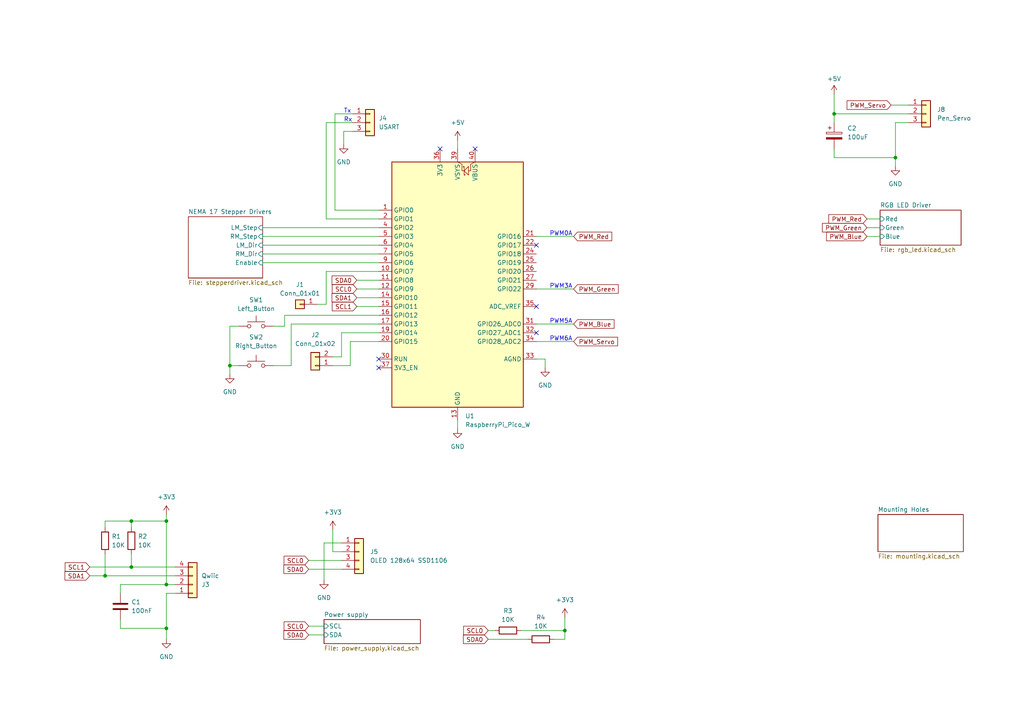
<source format=kicad_sch>
(kicad_sch (version 20231120) (generator "eeschema") (generator_version "8.0")
  (paper "A4")
  (title_block (title "Valiant Turtle 2") (date "2024-01-05") (rev "1_0") (company "https://www.waitingforfriday.com") (comment 1 "(c) 2024 Simon Inns") (comment 2 "License: Attribution-ShareAlike 4.0 International (CC BY-SA 4.0)"))
  (lib_symbols
    (symbol "Connector_Generic:Conn_01x01" (pin_names (offset 1.016) hide)
      (property "Reference" "J" (at 0 2.54 0))
      (property "Value" "Conn_01x01" (at 0 -2.54 0))
      (symbol "Conn_01x01_1_1"
        (rectangle (start -1.27 0.127) (end 0 -0.127) (stroke (width 0.1524)))
        (rectangle (start -1.27 1.27) (end 1.27 -1.27) (stroke (width 0.254)) (fill (type background)))
        (pin passive line (at -5.08 0 0) (length 3.81) (name "Pin_1") (number "1"))
      )
    )
    (symbol "Connector_Generic:Conn_01x02" (pin_names (offset 1.016) hide)
      (property "Reference" "J" (at 0 2.54 0))
      (property "Value" "Conn_01x02" (at 0 -5.08 0))
      (symbol "Conn_01x02_1_1"
        (rectangle (start -1.27 -2.413) (end 0 -2.667) (stroke (width 0.1524)))
        (rectangle (start -1.27 0.127) (end 0 -0.127) (stroke (width 0.1524)))
        (rectangle (start -1.27 1.27) (end 1.27 -3.81) (stroke (width 0.254)) (fill (type background)))
        (pin passive line (at -5.08 0 0) (length 3.81) (name "Pin_1") (number "1"))
        (pin passive line (at -5.08 -2.54 0) (length 3.81) (name "Pin_2") (number "2"))
      )
    )
    (symbol "Connector_Generic:Conn_01x03" (pin_names (offset 1.016) hide)
      (property "Reference" "J" (at 0 5.08 0))
      (property "Value" "Conn_01x03" (at 0 -5.08 0))
      (symbol "Conn_01x03_1_1"
        (rectangle (start -1.27 -2.413) (end 0 -2.667) (stroke (width 0.1524)))
        (rectangle (start -1.27 0.127) (end 0 -0.127) (stroke (width 0.1524)))
        (rectangle (start -1.27 2.667) (end 0 2.413) (stroke (width 0.1524)))
        (rectangle (start -1.27 3.81) (end 1.27 -3.81) (stroke (width 0.254)) (fill (type background)))
        (pin passive line (at -5.08 2.54 0) (length 3.81) (name "Pin_1") (number "1"))
        (pin passive line (at -5.08 0 0) (length 3.81) (name "Pin_2") (number "2"))
        (pin passive line (at -5.08 -2.54 0) (length 3.81) (name "Pin_3") (number "3"))
      )
    )
    (symbol "Connector_Generic:Conn_01x04" (pin_names (offset 1.016) hide)
      (property "Reference" "J" (at 0 5.08 0))
      (property "Value" "Conn_01x04" (at 0 -7.62 0))
      (symbol "Conn_01x04_1_1"
        (rectangle (start -1.27 -4.953) (end 0 -5.207) (stroke (width 0.1524)))
        (rectangle (start -1.27 -2.413) (end 0 -2.667) (stroke (width 0.1524)))
        (rectangle (start -1.27 0.127) (end 0 -0.127) (stroke (width 0.1524)))
        (rectangle (start -1.27 2.667) (end 0 2.413) (stroke (width 0.1524)))
        (rectangle (start -1.27 3.81) (end 1.27 -6.35) (stroke (width 0.254)) (fill (type background)))
        (pin passive line (at -5.08 2.54 0) (length 3.81) (name "Pin_1") (number "1"))
        (pin passive line (at -5.08 0 0) (length 3.81) (name "Pin_2") (number "2"))
        (pin passive line (at -5.08 -2.54 0) (length 3.81) (name "Pin_3") (number "3"))
        (pin passive line (at -5.08 -5.08 0) (length 3.81) (name "Pin_4") (number "4"))
      )
    )
    (symbol "Device:C" (pin_numbers hide) (pin_names (offset 0.254))
      (property "Reference" "C" (at 0.635 2.54 0))
      (property "Value" "C" (at 0.635 -2.54 0))
      (symbol "C_0_1"
        (polyline (pts (xy -2.032 -0.762) (xy 2.032 -0.762)) (stroke (width 0.508)))
        (polyline (pts (xy -2.032 0.762) (xy 2.032 0.762)) (stroke (width 0.508)))
      )
      (symbol "C_1_1"
        (pin passive line (at 0 3.81 270) (length 2.794) (name "~") (number "1"))
        (pin passive line (at 0 -3.81 90) (length 2.794) (name "~") (number "2"))
      )
    )
    (symbol "Device:C_Polarized" (pin_numbers hide) (pin_names (offset 0.254))
      (property "Reference" "C" (at 0.635 2.54 0))
      (property "Value" "C_Polarized" (at 0.635 -2.54 0))
      (symbol "C_Polarized_0_1"
        (rectangle (start -2.286 0.508) (end 2.286 1.016))
        (polyline (pts (xy -1.778 2.286) (xy -0.762 2.286)))
        (polyline (pts (xy -1.27 2.794) (xy -1.27 1.778)))
        (rectangle (start 2.286 -0.508) (end -2.286 -1.016) (fill (type outline)))
      )
      (symbol "C_Polarized_1_1"
        (pin passive line (at 0 3.81 270) (length 2.794) (name "~") (number "1"))
        (pin passive line (at 0 -3.81 90) (length 2.794) (name "~") (number "2"))
      )
    )
    (symbol "Device:R" (pin_numbers hide) (pin_names (offset 0))
      (property "Reference" "R" (at 2.032 0 90))
      (property "Value" "R" (at 0 0 90))
      (symbol "R_0_1"
        (rectangle (start -1.016 -2.54) (end 1.016 2.54) (stroke (width 0.254)))
      )
      (symbol "R_1_1"
        (pin passive line (at 0 3.81 270) (length 1.27) (name "~") (number "1"))
        (pin passive line (at 0 -3.81 90) (length 1.27) (name "~") (number "2"))
      )
    )
    (symbol "MCU_Module_RaspberryPi_Pico:RaspberryPi_Pico_W"
      (property "Reference" "U" (at -19.05 38.1 0))
      (property "Value" "RaspberryPi_Pico_W" (at 7.62 38.1 0))
      (symbol "RaspberryPi_Pico_W_0_1"
        (rectangle (start -19.05 36.83) (end 19.05 -34.29) (stroke (width 0.254)) (fill (type background)))
        (polyline (pts (xy 0 36.83) (xy 1.27 36.195) (xy 1.27 34.29) (xy 1.905 34.29)))
        (polyline (pts (xy 1.905 34.29) (xy 3.175 35.56) (xy 3.175 33.02) (xy 1.905 34.29)))
        (polyline (pts (xy 5.08 36.83) (xy 3.81 36.195) (xy 3.81 34.29) (xy 3.175 34.29)))
        (polyline (pts (xy 1.651 35.306) (xy 1.651 35.56) (xy 1.905 35.56) (xy 1.905 33.02) (xy 2.159 33.02) (xy 2.159 33.274)))
      )
      (symbol "RaspberryPi_Pico_W_1_1"
        (pin bidirectional line (at -22.86 22.86 0) (length 3.81) (name "GPIO0") (number "1"))
        (pin bidirectional line (at -22.86 5.08 0) (length 3.81) (name "GPIO7") (number "10"))
        (pin bidirectional line (at -22.86 2.54 0) (length 3.81) (name "GPIO8") (number "11"))
        (pin bidirectional line (at -22.86 0 0) (length 3.81) (name "GPIO9") (number "12"))
        (pin power_out line (at 0 -38.1 90) (length 3.81) (name "GND") (number "13"))
        (pin bidirectional line (at -22.86 -2.54 0) (length 3.81) (name "GPIO10") (number "14"))
        (pin bidirectional line (at -22.86 -5.08 0) (length 3.81) (name "GPIO11") (number "15"))
        (pin bidirectional line (at -22.86 -7.62 0) (length 3.81) (name "GPIO12") (number "16"))
        (pin bidirectional line (at -22.86 -10.16 0) (length 3.81) (name "GPIO13") (number "17"))
        (pin passive line (at 0 -38.1 90) (length 3.81) hide (name "GND") (number "18"))
        (pin bidirectional line (at -22.86 -12.7 0) (length 3.81) (name "GPIO14") (number "19"))
        (pin bidirectional line (at -22.86 20.32 0) (length 3.81) (name "GPIO1") (number "2"))
        (pin bidirectional line (at -22.86 -15.24 0) (length 3.81) (name "GPIO15") (number "20"))
        (pin bidirectional line (at 22.86 15.24 180) (length 3.81) (name "GPIO16") (number "21"))
        (pin bidirectional line (at 22.86 12.7 180) (length 3.81) (name "GPIO17") (number "22"))
        (pin passive line (at 0 -38.1 90) (length 3.81) hide (name "GND") (number "23"))
        (pin bidirectional line (at 22.86 10.16 180) (length 3.81) (name "GPIO18") (number "24"))
        (pin bidirectional line (at 22.86 7.62 180) (length 3.81) (name "GPIO19") (number "25"))
        (pin bidirectional line (at 22.86 5.08 180) (length 3.81) (name "GPIO20") (number "26"))
        (pin bidirectional line (at 22.86 2.54 180) (length 3.81) (name "GPIO21") (number "27"))
        (pin passive line (at 0 -38.1 90) (length 3.81) hide (name "GND") (number "28"))
        (pin bidirectional line (at 22.86 0 180) (length 3.81) (name "GPIO22") (number "29"))
        (pin passive line (at 0 -38.1 90) (length 3.81) hide (name "GND") (number "3"))
        (pin input line (at -22.86 -20.32 0) (length 3.81) (name "RUN") (number "30"))
        (pin bidirectional line (at 22.86 -10.16 180) (length 3.81) (name "GPIO26_ADC0") (number "31"))
        (pin bidirectional line (at 22.86 -12.7 180) (length 3.81) (name "GPIO27_ADC1") (number "32"))
        (pin power_in line (at 22.86 -20.32 180) (length 3.81) (name "AGND") (number "33"))
        (pin bidirectional line (at 22.86 -15.24 180) (length 3.81) (name "GPIO28_ADC2") (number "34"))
        (pin power_in line (at 22.86 -5.08 180) (length 3.81) (name "ADC_VREF") (number "35"))
        (pin power_out line (at -5.08 40.64 270) (length 3.81) (name "3V3") (number "36"))
        (pin input line (at -22.86 -22.86 0) (length 3.81) (name "3V3_EN") (number "37"))
        (pin passive line (at 0 -38.1 90) (length 3.81) hide (name "GND") (number "38"))
        (pin power_in line (at 0 40.64 270) (length 3.81) (name "VSYS") (number "39"))
        (pin bidirectional line (at -22.86 17.78 0) (length 3.81) (name "GPIO2") (number "4"))
        (pin power_out line (at 5.08 40.64 270) (length 3.81) (name "VBUS") (number "40"))
        (pin bidirectional line (at -22.86 15.24 0) (length 3.81) (name "GPIO3") (number "5"))
        (pin bidirectional line (at -22.86 12.7 0) (length 3.81) (name "GPIO4") (number "6"))
        (pin bidirectional line (at -22.86 10.16 0) (length 3.81) (name "GPIO5") (number "7"))
        (pin passive line (at 0 -38.1 90) (length 3.81) hide (name "GND") (number "8"))
        (pin bidirectional line (at -22.86 7.62 0) (length 3.81) (name "GPIO6") (number "9"))
      )
    )
    (symbol "Switch:SW_Push" (pin_numbers hide) (pin_names (offset 1.016) hide)
      (property "Reference" "SW" (at 1.27 2.54 0))
      (property "Value" "SW_Push" (at 0 -1.524 0))
      (symbol "SW_Push_0_1"
        (circle (center -2.032 0) (radius 0.508))
        (polyline (pts (xy 0 1.27) (xy 0 3.048)))
        (polyline (pts (xy 2.54 1.27) (xy -2.54 1.27)))
        (circle (center 2.032 0) (radius 0.508))
        (pin passive line (at -5.08 0 0) (length 2.54) (name "1") (number "1"))
        (pin passive line (at 5.08 0 180) (length 2.54) (name "2") (number "2"))
      )
    )
    (symbol "power:+3V3" (power) (pin_names (offset 0))
      (property "Value" "+3V3" (at 0 3.556 0))
      (symbol "+3V3_0_1"
        (polyline (pts (xy -0.762 1.27) (xy 0 2.54)))
        (polyline (pts (xy 0 0) (xy 0 2.54)))
        (polyline (pts (xy 0 2.54) (xy 0.762 1.27)))
      )
      (symbol "+3V3_1_1"
        (pin power_in line (at 0 0 90) (length 0) hide (name "+3V3") (number "1"))
      )
    )
    (symbol "power:+5V" (power) (pin_names (offset 0))
      (property "Value" "+5V" (at 0 3.556 0))
      (symbol "+5V_0_1"
        (polyline (pts (xy -0.762 1.27) (xy 0 2.54)))
        (polyline (pts (xy 0 0) (xy 0 2.54)))
        (polyline (pts (xy 0 2.54) (xy 0.762 1.27)))
      )
      (symbol "+5V_1_1"
        (pin power_in line (at 0 0 90) (length 0) hide (name "+5V") (number "1"))
      )
    )
    (symbol "power:GND" (power) (pin_names (offset 0))
      (property "Value" "GND" (at 0 -3.81 0))
      (symbol "GND_0_1"
        (polyline (pts (xy 0 0) (xy 0 -1.27) (xy 1.27 -1.27) (xy 0 -2.54) (xy -1.27 -1.27) (xy 0 -1.27)))
      )
      (symbol "GND_1_1"
        (pin power_in line (at 0 0 270) (length 0) hide (name "GND") (number "1"))
      )
    )
  )
  (junction (at 48.26 151.13))
  (junction (at 66.675 106.045))
  (junction (at 241.935 33.02))
  (junction (at 38.1 151.13))
  (junction (at 259.715 45.72))
  (junction (at 48.26 169.545))
  (junction (at 30.48 167.005))
  (junction (at 38.1 164.465))
  (junction (at 48.26 182.245))
  (junction (at 163.83 182.88))
  (no_connect (at 109.855 106.68))
  (no_connect (at 339.09 -2.54))
  (no_connect (at 155.575 96.52))
  (no_connect (at 127.635 43.18))
  (no_connect (at 137.795 43.18))
  (no_connect (at 109.855 104.14))
  (no_connect (at 155.575 71.12))
  (no_connect (at 155.575 88.9))
  (wire (pts (xy 82.55 94.615) (xy 82.55 91.44)))
  (wire (pts (xy 89.535 181.61) (xy 93.98 181.61)))
  (wire (pts (xy 259.715 45.72) (xy 259.715 48.26)))
  (wire (pts (xy 155.575 104.14) (xy 158.115 104.14)))
  (wire (pts (xy 99.06 96.52) (xy 109.855 96.52)))
  (wire (pts (xy 30.48 151.13) (xy 38.1 151.13)))
  (wire (pts (xy 94.615 78.74) (xy 109.855 78.74)))
  (wire (pts (xy 155.575 83.82) (xy 166.37 83.82)))
  (wire (pts (xy 97.155 60.96) (xy 97.155 33.02)))
  (wire (pts (xy 263.525 35.56) (xy 259.715 35.56)))
  (wire (pts (xy 30.48 160.655) (xy 30.48 167.005)))
  (wire (pts (xy 89.535 184.15) (xy 93.98 184.15)))
  (wire (pts (xy 76.2 76.2) (xy 109.855 76.2)))
  (wire (pts (xy 141.605 182.88) (xy 143.51 182.88)))
  (wire (pts (xy 132.715 121.92) (xy 132.715 124.46)))
  (wire (pts (xy 26.035 164.465) (xy 38.1 164.465)))
  (wire (pts (xy 84.455 106.045) (xy 79.375 106.045)))
  (wire (pts (xy 241.935 33.02) (xy 241.935 35.56)))
  (wire (pts (xy 96.52 103.505) (xy 99.06 103.505)))
  (wire (pts (xy 99.695 38.1) (xy 102.235 38.1)))
  (wire (pts (xy 141.605 185.42) (xy 153.035 185.42)))
  (wire (pts (xy 79.375 94.615) (xy 82.55 94.615)))
  (wire (pts (xy 99.06 157.48) (xy 93.98 157.48)))
  (wire (pts (xy 241.935 43.18) (xy 241.935 45.72)))
  (wire (pts (xy 76.2 68.58) (xy 109.855 68.58)))
  (wire (pts (xy 76.2 73.66) (xy 109.855 73.66)))
  (wire (pts (xy 48.26 151.13) (xy 48.26 169.545)))
  (wire (pts (xy 155.575 93.98) (xy 166.37 93.98)))
  (wire (pts (xy 103.505 88.9) (xy 109.855 88.9)))
  (wire (pts (xy 84.455 93.98) (xy 84.455 106.045)))
  (wire (pts (xy 26.035 167.005) (xy 30.48 167.005)))
  (wire (pts (xy 96.52 153.67) (xy 96.52 160.02)))
  (wire (pts (xy 48.26 149.225) (xy 48.26 151.13)))
  (wire (pts (xy 155.575 68.58) (xy 166.37 68.58)))
  (wire (pts (xy 50.8 169.545) (xy 48.26 169.545)))
  (wire (pts (xy 66.675 106.045) (xy 66.675 108.585)))
  (wire (pts (xy 89.535 162.56) (xy 99.06 162.56)))
  (wire (pts (xy 38.1 151.13) (xy 38.1 153.035)))
  (wire (pts (xy 251.46 68.58) (xy 255.27 68.58)))
  (wire (pts (xy 258.445 30.48) (xy 263.525 30.48)))
  (wire (pts (xy 89.535 165.1) (xy 99.06 165.1)))
  (wire (pts (xy 38.1 151.13) (xy 48.26 151.13)))
  (wire (pts (xy 76.2 71.12) (xy 109.855 71.12)))
  (wire (pts (xy 99.695 41.91) (xy 99.695 38.1)))
  (wire (pts (xy 76.2 66.04) (xy 109.855 66.04)))
  (wire (pts (xy 92.075 88.265) (xy 94.615 88.265)))
  (wire (pts (xy 34.925 182.245) (xy 48.26 182.245)))
  (wire (pts (xy 94.615 88.265) (xy 94.615 78.74)))
  (wire (pts (xy 99.06 160.02) (xy 96.52 160.02)))
  (wire (pts (xy 163.83 182.88) (xy 163.83 185.42)))
  (wire (pts (xy 103.505 86.36) (xy 109.855 86.36)))
  (wire (pts (xy 99.06 103.505) (xy 99.06 96.52)))
  (wire (pts (xy 251.46 63.5) (xy 255.27 63.5)))
  (wire (pts (xy 96.52 106.045) (xy 101.6 106.045)))
  (wire (pts (xy 48.26 182.245) (xy 48.26 185.42)))
  (wire (pts (xy 30.48 167.005) (xy 50.8 167.005)))
  (wire (pts (xy 38.1 164.465) (xy 50.8 164.465)))
  (wire (pts (xy 50.8 172.085) (xy 48.26 172.085)))
  (wire (pts (xy 155.575 99.06) (xy 166.37 99.06)))
  (wire (pts (xy 109.855 63.5) (xy 94.615 63.5)))
  (wire (pts (xy 93.98 157.48) (xy 93.98 168.275)))
  (wire (pts (xy 94.615 63.5) (xy 94.615 35.56)))
  (wire (pts (xy 103.505 83.82) (xy 109.855 83.82)))
  (wire (pts (xy 66.675 94.615) (xy 66.675 106.045)))
  (wire (pts (xy 163.83 179.07) (xy 163.83 182.88)))
  (wire (pts (xy 109.855 60.96) (xy 97.155 60.96)))
  (wire (pts (xy 160.655 185.42) (xy 163.83 185.42)))
  (wire (pts (xy 34.925 172.085) (xy 34.925 169.545)))
  (wire (pts (xy 34.925 179.705) (xy 34.925 182.245)))
  (wire (pts (xy 34.925 169.545) (xy 48.26 169.545)))
  (wire (pts (xy 259.715 35.56) (xy 259.715 45.72)))
  (wire (pts (xy 132.715 40.64) (xy 132.715 43.18)))
  (wire (pts (xy 66.675 106.045) (xy 69.215 106.045)))
  (wire (pts (xy 69.215 94.615) (xy 66.675 94.615)))
  (wire (pts (xy 158.115 104.14) (xy 158.115 106.68)))
  (wire (pts (xy 82.55 91.44) (xy 109.855 91.44)))
  (wire (pts (xy 241.935 33.02) (xy 263.525 33.02)))
  (wire (pts (xy 94.615 35.56) (xy 102.235 35.56)))
  (wire (pts (xy 109.855 93.98) (xy 84.455 93.98)))
  (wire (pts (xy 251.46 66.04) (xy 255.27 66.04)))
  (wire (pts (xy 241.935 27.305) (xy 241.935 33.02)))
  (wire (pts (xy 101.6 99.06) (xy 109.855 99.06)))
  (wire (pts (xy 103.505 81.28) (xy 109.855 81.28)))
  (wire (pts (xy 241.935 45.72) (xy 259.715 45.72)))
  (wire (pts (xy 30.48 153.035) (xy 30.48 151.13)))
  (wire (pts (xy 38.1 160.655) (xy 38.1 164.465)))
  (wire (pts (xy 101.6 106.045) (xy 101.6 99.06)))
  (wire (pts (xy 151.13 182.88) (xy 163.83 182.88)))
  (wire (pts (xy 97.155 33.02) (xy 102.235 33.02)))
  (wire (pts (xy 48.26 172.085) (xy 48.26 182.245)))
  (text "PWM6A" (at 159.385 99.06 0) (effects (font (size 1.27 1.27)) (justify left bottom)))
  (text "PWM3A" (at 159.385 83.82 0) (effects (font (size 1.27 1.27)) (justify left bottom)))
  (text "Rx" (at 99.695 35.56 0) (effects (font (size 1.27 1.27)) (justify left bottom)))
  (text "PWM0A" (at 159.385 68.58 0) (effects (font (size 1.27 1.27)) (justify left bottom)))
  (text "Tx" (at 99.695 33.02 0) (effects (font (size 1.27 1.27)) (justify left bottom)))
  (text "PWM5A" (at 159.385 93.98 0) (effects (font (size 1.27 1.27)) (justify left bottom)))
  (global_label "PWM_Blue" (shape input) (at 251.46 68.58 180) (property "Intersheetrefs" "${INTERSHEET_REFS}" (effects (hide yes))))
  (global_label "SCL0" (shape input) (at 89.535 181.61 180) (property "Intersheetrefs" "${INTERSHEET_REFS}" (effects (hide yes))))
  (global_label "SDA0" (shape input) (at 141.605 185.42 180) (property "Intersheetrefs" "${INTERSHEET_REFS}" (effects (hide yes))))
  (global_label "SCL0" (shape input) (at 89.535 162.56 180) (property "Intersheetrefs" "${INTERSHEET_REFS}" (effects (hide yes))))
  (global_label "PWM_Red" (shape input) (at 251.46 63.5 180) (property "Intersheetrefs" "${INTERSHEET_REFS}" (effects (hide yes))))
  (global_label "PWM_Servo" (shape input) (at 258.445 30.48 180) (property "Intersheetrefs" "${INTERSHEET_REFS}" (effects (hide yes))))
  (global_label "SCL1" (shape input) (at 26.035 164.465 180) (property "Intersheetrefs" "${INTERSHEET_REFS}" (effects (hide yes))))
  (global_label "SDA1" (shape input) (at 26.035 167.005 180) (property "Intersheetrefs" "${INTERSHEET_REFS}" (effects (hide yes))))
  (global_label "PWM_Blue" (shape input) (at 166.37 93.98 0) (property "Intersheetrefs" "${INTERSHEET_REFS}" (effects (hide yes))))
  (global_label "SDA1" (shape input) (at 103.505 86.36 180) (property "Intersheetrefs" "${INTERSHEET_REFS}" (effects (hide yes))))
  (global_label "PWM_Servo" (shape input) (at 166.37 99.06 0) (property "Intersheetrefs" "${INTERSHEET_REFS}" (effects (hide yes))))
  (global_label "PWM_Green" (shape input) (at 166.37 83.82 0) (property "Intersheetrefs" "${INTERSHEET_REFS}" (effects (hide yes))))
  (global_label "SCL1" (shape input) (at 103.505 88.9 180) (property "Intersheetrefs" "${INTERSHEET_REFS}" (effects (hide yes))))
  (global_label "PWM_Green" (shape input) (at 251.46 66.04 180) (property "Intersheetrefs" "${INTERSHEET_REFS}" (effects (hide yes))))
  (global_label "SCL0" (shape input) (at 103.505 83.82 180) (property "Intersheetrefs" "${INTERSHEET_REFS}" (effects (hide yes))))
  (global_label "SDA0" (shape input) (at 89.535 165.1 180) (property "Intersheetrefs" "${INTERSHEET_REFS}" (effects (hide yes))))
  (global_label "SCL0" (shape input) (at 141.605 182.88 180) (property "Intersheetrefs" "${INTERSHEET_REFS}" (effects (hide yes))))
  (global_label "PWM_Red" (shape input) (at 166.37 68.58 0) (property "Intersheetrefs" "${INTERSHEET_REFS}" (effects (hide yes))))
  (global_label "SDA0" (shape input) (at 103.505 81.28 180) (property "Intersheetrefs" "${INTERSHEET_REFS}" (effects (hide yes))))
  (global_label "SDA0" (shape input) (at 89.535 184.15 180) (property "Intersheetrefs" "${INTERSHEET_REFS}" (effects (hide yes))))
  (symbol (lib_id "MCU_Module_RaspberryPi_Pico:RaspberryPi_Pico_W") (at 132.715 83.82 0) (unit 1)
    (property "Reference" "U1" (at 134.9091 120.65 0) (effects (justify left)))
    (property "Value" "RaspberryPi_Pico_W" (at 134.9091 123.19 0) (effects (justify left)))
    (property "Footprint" "Module_RaspberryPi_Pico:RaspberryPi_Pico_Common" (effects (hide yes)))
    (property "Datasheet" "https://datasheets.raspberrypi.com/picow/pico-w-datasheet.pdf" (effects (hide yes)))
  )
  (symbol (lib_id "power:GND") (at 158.115 106.68 0) (unit 1)
    (property "Reference" "#PWR09" (effects (hide yes)))
    (property "Value" "GND" (at 158.115 111.76 0))
  )
  (symbol (lib_id "Device:R") (at 38.1 156.845 0) (unit 1)
    (property "Reference" "R2" (at 40.005 155.575 0) (effects (justify left)))
    (property "Value" "10K" (at 40.005 158.115 0) (effects (justify left)))
    (property "Footprint" "Resistor_SMD:R_0805_2012Metric_Pad1.20x1.40mm_HandSolder" (effects (hide yes)))
  )
  (symbol (lib_id "Connector_Generic:Conn_01x03") (at 268.605 33.02 0) (unit 1)
    (property "Reference" "J8" (at 271.78 31.75 0) (effects (justify left)))
    (property "Value" "Pen_Servo" (at 271.78 34.29 0) (effects (justify left)))
    (property "Footprint" "Connector_PinHeader_2.54mm:PinHeader_1x03_P2.54mm_Vertical" (effects (hide yes)))
  )
  (symbol (lib_id "Connector_Generic:Conn_01x01") (at 86.995 88.265 180) (unit 1)
    (property "Reference" "J1" (at 86.995 82.55 0))
    (property "Value" "Conn_01x01" (at 86.995 85.09 0))
    (property "Footprint" "Connector_PinHeader_2.54mm:PinHeader_1x01_P2.54mm_Vertical" (effects (hide yes)))
  )
  (symbol (lib_id "power:GND") (at 66.675 108.585 0) (unit 1)
    (property "Reference" "#PWR01" (effects (hide yes)))
    (property "Value" "GND" (at 66.675 113.665 0))
  )
  (symbol (lib_id "Connector_Generic:Conn_01x04") (at 55.88 169.545 0) (mirror x) (unit 1)
    (property "Reference" "J3" (at 58.42 169.545 0) (effects (justify left)))
    (property "Value" "Qwiic" (at 58.42 167.005 0) (effects (justify left)))
    (property "Footprint" "Connector_JST:JST_SH_SM04B-SRSS-TB_1x04-1MP_P1.00mm_Horizontal" (effects (hide yes)))
  )
  (symbol (lib_id "Device:R") (at 30.48 156.845 0) (unit 1)
    (property "Reference" "R1" (at 32.385 155.575 0) (effects (justify left)))
    (property "Value" "10K" (at 32.385 158.115 0) (effects (justify left)))
    (property "Footprint" "Resistor_SMD:R_0805_2012Metric_Pad1.20x1.40mm_HandSolder" (effects (hide yes)))
  )
  (symbol (lib_id "power:+3V3") (at 96.52 153.67 0) (unit 1)
    (property "Reference" "#PWR08" (effects (hide yes)))
    (property "Value" "+3V3" (at 96.52 148.59 0))
  )
  (symbol (lib_id "power:+3V3") (at 48.26 149.225 0) (unit 1)
    (property "Reference" "#PWR02" (effects (hide yes)))
    (property "Value" "+3V3" (at 48.26 144.145 0))
  )
  (symbol (lib_id "Connector_Generic:Conn_01x04") (at 104.14 160.02 0) (unit 1)
    (property "Reference" "J5" (at 107.315 160.02 0) (effects (justify left)))
    (property "Value" "OLED 128x64 SSD1106" (at 107.315 162.56 0) (effects (justify left)))
    (property "Footprint" "Connector_PinHeader_2.54mm:PinHeader_1x04_P2.54mm_Vertical" (effects (hide yes)))
  )
  (symbol (lib_id "Connector_Generic:Conn_01x03") (at 107.315 35.56 0) (unit 1)
    (property "Reference" "J4" (at 109.855 34.29 0) (effects (justify left)))
    (property "Value" "USART" (at 109.855 36.83 0) (effects (justify left)))
    (property "Footprint" "Connector_PinHeader_2.54mm:PinHeader_1x03_P2.54mm_Vertical" (effects (hide yes)))
  )
  (symbol (lib_id "Switch:SW_Push") (at 74.295 106.045 0) (unit 1)
    (property "Reference" "SW2" (at 74.295 97.79 0))
    (property "Value" "Right_Button" (at 74.295 100.33 0))
    (property "Footprint" "Button_Switch_SMD:SW_Push_1P1T_NO_6x6mm_H9.5mm" (effects (hide yes)))
  )
  (symbol (lib_id "power:GND") (at 48.26 185.42 0) (unit 1)
    (property "Reference" "#PWR03" (effects (hide yes)))
    (property "Value" "GND" (at 48.26 190.5 0))
  )
  (symbol (lib_id "power:GND") (at 132.715 124.46 0) (unit 1)
    (property "Reference" "#PWR06" (effects (hide yes)))
    (property "Value" "GND" (at 132.715 129.54 0))
  )
  (symbol (lib_id "power:+5V") (at 241.935 27.305 0) (unit 1)
    (property "Reference" "#PWR011" (effects (hide yes)))
    (property "Value" "+5V" (at 241.935 22.86 0))
  )
  (symbol (lib_id "Connector_Generic:Conn_01x02") (at 91.44 106.045 180) (unit 1)
    (property "Reference" "J2" (at 91.44 97.155 0))
    (property "Value" "Conn_01x02" (at 91.44 99.695 0))
    (property "Footprint" "Connector_PinHeader_2.54mm:PinHeader_1x02_P2.54mm_Vertical" (effects (hide yes)))
  )
  (symbol (lib_id "Device:R") (at 156.845 185.42 90) (unit 1)
    (property "Reference" "R4" (at 156.845 179.07 90))
    (property "Value" "10K" (at 156.845 181.61 90))
    (property "Footprint" "Resistor_SMD:R_0805_2012Metric_Pad1.20x1.40mm_HandSolder" (effects (hide yes)))
  )
  (symbol (lib_id "power:+3V3") (at 163.83 179.07 0) (unit 1)
    (property "Reference" "#PWR010" (effects (hide yes)))
    (property "Value" "+3V3" (at 163.83 173.99 0))
  )
  (symbol (lib_id "power:GND") (at 99.695 41.91 0) (unit 1)
    (property "Reference" "#PWR04" (effects (hide yes)))
    (property "Value" "GND" (at 99.695 46.99 0))
  )
  (symbol (lib_id "Device:C_Polarized") (at 241.935 39.37 0) (unit 1)
    (property "Reference" "C2" (at 245.745 37.211 0) (effects (justify left)))
    (property "Value" "100uF" (at 245.745 39.751 0) (effects (justify left)))
    (property "Footprint" "Capacitor_SMD:CP_Elec_8x6.2" (effects (hide yes)))
  )
  (symbol (lib_id "power:GND") (at 259.715 48.26 0) (unit 1)
    (property "Reference" "#PWR012" (effects (hide yes)))
    (property "Value" "GND" (at 259.715 53.34 0))
  )
  (symbol (lib_id "Device:R") (at 147.32 182.88 90) (unit 1)
    (property "Reference" "R3" (at 147.32 177.165 90))
    (property "Value" "10K" (at 147.32 179.705 90))
    (property "Footprint" "Resistor_SMD:R_0805_2012Metric_Pad1.20x1.40mm_HandSolder" (effects (hide yes)))
  )
  (symbol (lib_id "power:+5V") (at 132.715 40.64 0) (unit 1)
    (property "Reference" "#PWR05" (effects (hide yes)))
    (property "Value" "+5V" (at 132.715 35.56 0))
  )
  (symbol (lib_id "Device:C") (at 34.925 175.895 0) (unit 1)
    (property "Reference" "C1" (at 38.1 174.625 0) (effects (justify left)))
    (property "Value" "100nF" (at 38.1 177.165 0) (effects (justify left)))
    (property "Footprint" "Capacitor_SMD:C_0805_2012Metric_Pad1.18x1.45mm_HandSolder" (effects (hide yes)))
  )
  (symbol (lib_id "power:GND") (at 93.98 168.275 0) (unit 1)
    (property "Reference" "#PWR07" (effects (hide yes)))
    (property "Value" "GND" (at 93.98 173.355 0))
  )
  (symbol (lib_id "Switch:SW_Push") (at 74.295 94.615 0) (unit 1)
    (property "Reference" "SW1" (at 74.295 86.995 0))
    (property "Value" "Left_Button" (at 74.295 89.535 0))
    (property "Footprint" "Button_Switch_SMD:SW_Push_1P1T_NO_6x6mm_H9.5mm" (effects (hide yes)))
  )
  (sheet (at 54.61 62.865) (size 21.59 17.78) (stroke (width 0.1524))
    (property "Sheetname" "NEMA 17 Stepper Drivers" (at 54.61 62.1534 0) (effects (justify left bottom)))
    (property "Sheetfile" "stepperdriver.kicad_sch" (at 54.61 81.2296 0) (effects (justify left top)))
    (pin "LM_Step" input (at 76.2 66.04 0))
    (pin "LM_Dir" input (at 76.2 71.12 0))
    (pin "Enable" input (at 76.2 76.2 0))
    (pin "RM_Dir" input (at 76.2 73.66 0))
    (pin "RM_Step" input (at 76.2 68.58 0))
  )
  (sheet (at 255.27 60.96) (size 23.495 10.16) (stroke (width 0.1524))
    (property "Sheetname" "RGB LED Driver" (at 255.27 60.2484 0) (effects (justify left bottom)))
    (property "Sheetfile" "rgb_led.kicad_sch" (at 255.27 71.7046 0) (effects (justify left top)))
    (pin "Blue" input (at 255.27 68.58 180))
    (pin "Green" input (at 255.27 66.04 180))
    (pin "Red" input (at 255.27 63.5 180))
  )
  (sheet (at 254.635 149.225) (size 24.765 10.795) (stroke (width 0.1524))
    (property "Sheetname" "Mounting Holes" (at 254.635 148.5134 0) (effects (justify left bottom)))
    (property "Sheetfile" "mounting.kicad_sch" (at 254.635 160.6046 0) (effects (justify left top)))
  )
  (sheet (at 93.98 179.705) (size 27.94 6.985) (stroke (width 0.1524))
    (property "Sheetname" "Power supply" (at 93.98 178.9934 0) (effects (justify left bottom)))
    (property "Sheetfile" "power_supply.kicad_sch" (at 93.98 187.2746 0) (effects (justify left top)))
    (pin "SDA" input (at 93.98 184.15 180))
    (pin "SCL" input (at 93.98 181.61 180))
  )
)
</source>
